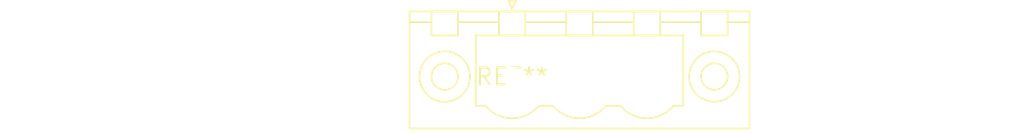
<source format=kicad_pcb>
(kicad_pcb (version 20240108) (generator pcbnew)
  (layers (0 "F.Cu" signal) (31 "B.Cu" signal) (34 "B.Paste" user) (35 "F.Paste" user) (36 "B.SilkS" user "B.Silkscreen") (37 "F.SilkS" user "F.Silkscreen") (38 "B.Mask" user) (39 "F.Mask" user) (44 "Edge.Cuts" user))
  (net 0 "")
  (footprint "PhoenixContact_MSTBV_2,5_3-GF-5,08_1x03_P5.08mm_Vertical_ThreadedFlange" (layer "F.Cu") (at 0 0)
    (property "Reference" "REF**")
    (property "Value" "PhoenixContact_MSTBV_2,5_3-GF-5,08_1x03_P5.08mm_Vertical_ThreadedFlange")
    (fp_line (start -7.73 -4.91) (end -7.73 3.91) (layer "F.SilkS") (stroke (width 0.12)))
    (fp_line (start -7.73 -4.1) (end -6.19 -4.1) (layer "F.SilkS") (stroke (width 0.12)))
    (fp_line (start -7.73 3.91) (end 17.89 3.91) (layer "F.SilkS") (stroke (width 0.12)))
    (fp_line (start -6.08 -4.91) (end -4.08 -4.91) (layer "F.SilkS") (stroke (width 0.12)))
    (fp_line (start -6.08 -3.1) (end -6.08 -4.91) (layer "F.SilkS") (stroke (width 0.12)))
    (fp_line (start -4.08 -4.91) (end -4.08 -3.1) (layer "F.SilkS") (stroke (width 0.12)))
    (fp_line (start -4.08 -4.1) (end -1 -4.1) (layer "F.SilkS") (stroke (width 0.12)))
    (fp_line (start -4.08 -3.1) (end -6.08 -3.1) (layer "F.SilkS") (stroke (width 0.12)))
    (fp_line (start -2.74 -3.1) (end 12.9 -3.1) (layer "F.SilkS") (stroke (width 0.12)))
    (fp_line (start -2.74 2.2) (end -2.74 -3.1) (layer "F.SilkS") (stroke (width 0.12)))
    (fp_line (start -2 2.2) (end -2.74 2.2) (layer "F.SilkS") (stroke (width 0.12)))
    (fp_line (start -1 -4.91) (end 1 -4.91) (layer "F.SilkS") (stroke (width 0.12)))
    (fp_line (start -1 -3.1) (end -1 -4.91) (layer "F.SilkS") (stroke (width 0.12)))
    (fp_line (start -0.3 -5.71) (end 0.3 -5.71) (layer "F.SilkS") (stroke (width 0.12)))
    (fp_line (start 0 -5.11) (end -0.3 -5.71) (layer "F.SilkS") (stroke (width 0.12)))
    (fp_line (start 0.3 -5.71) (end 0 -5.11) (layer "F.SilkS") (stroke (width 0.12)))
    (fp_line (start 1 -4.91) (end 1 -3.1) (layer "F.SilkS") (stroke (width 0.12)))
    (fp_line (start 1 -4.1) (end 4.08 -4.1) (layer "F.SilkS") (stroke (width 0.12)))
    (fp_line (start 1 -3.1) (end -1 -3.1) (layer "F.SilkS") (stroke (width 0.12)))
    (fp_line (start 2 2.2) (end 3.08 2.2) (layer "F.SilkS") (stroke (width 0.12)))
    (fp_line (start 4.08 -4.91) (end 6.08 -4.91) (layer "F.SilkS") (stroke (width 0.12)))
    (fp_line (start 4.08 -3.1) (end 4.08 -4.91) (layer "F.SilkS") (stroke (width 0.12)))
    (fp_line (start 6.08 -4.91) (end 6.08 -3.1) (layer "F.SilkS") (stroke (width 0.12)))
    (fp_line (start 6.08 -4.1) (end 9.16 -4.1) (layer "F.SilkS") (stroke (width 0.12)))
    (fp_line (start 6.08 -3.1) (end 4.08 -3.1) (layer "F.SilkS") (stroke (width 0.12)))
    (fp_line (start 7.08 2.2) (end 8.16 2.2) (layer "F.SilkS") (stroke (width 0.12)))
    (fp_line (start 9.16 -4.91) (end 11.16 -4.91) (layer "F.SilkS") (stroke (width 0.12)))
    (fp_line (start 9.16 -3.1) (end 9.16 -4.91) (layer "F.SilkS") (stroke (width 0.12)))
    (fp_line (start 11.16 -4.91) (end 11.16 -3.1) (layer "F.SilkS") (stroke (width 0.12)))
    (fp_line (start 11.16 -4.1) (end 14.24 -4.1) (layer "F.SilkS") (stroke (width 0.12)))
    (fp_line (start 11.16 -3.1) (end 9.16 -3.1) (layer "F.SilkS") (stroke (width 0.12)))
    (fp_line (start 12.9 -3.1) (end 12.9 2.2) (layer "F.SilkS") (stroke (width 0.12)))
    (fp_line (start 12.9 2.2) (end 12.16 2.2) (layer "F.SilkS") (stroke (width 0.12)))
    (fp_line (start 14.24 -4.91) (end 16.24 -4.91) (layer "F.SilkS") (stroke (width 0.12)))
    (fp_line (start 14.24 -3.1) (end 14.24 -4.91) (layer "F.SilkS") (stroke (width 0.12)))
    (fp_line (start 16.24 -4.91) (end 16.24 -3.1) (layer "F.SilkS") (stroke (width 0.12)))
    (fp_line (start 16.24 -3.1) (end 14.24 -3.1) (layer "F.SilkS") (stroke (width 0.12)))
    (fp_line (start 17.89 -4.91) (end -7.73 -4.91) (layer "F.SilkS") (stroke (width 0.12)))
    (fp_line (start 17.89 -4.1) (end 16.35 -4.1) (layer "F.SilkS") (stroke (width 0.12)))
    (fp_line (start 17.89 3.91) (end 17.89 -4.91) (layer "F.SilkS") (stroke (width 0.12)))
    (fp_arc (start 1.986842 2.215821) (mid -0.010289 3.142758) (end -2 2.2) (layer "F.SilkS") (stroke (width 0.12)))
    (fp_arc (start 7.066842 2.215821) (mid 5.069711 3.142758) (end 3.08 2.2) (layer "F.SilkS") (stroke (width 0.12)))
    (fp_arc (start 12.146842 2.215821) (mid 10.149711 3.142758) (end 8.16 2.2) (layer "F.SilkS") (stroke (width 0.12)))
    (fp_circle (center -5.08 0) (end -4.08 0) (layer "F.SilkS") (stroke (width 0.12)) (fill none))
    (fp_circle (center -5.08 0) (end -3.18 0) (layer "F.SilkS") (stroke (width 0.12)) (fill none))
    (fp_circle (center 15.24 0) (end 16.24 0) (layer "F.SilkS") (stroke (width 0.12)) (fill none))
    (fp_circle (center 15.24 0) (end 17.14 0) (layer "F.SilkS") (stroke (width 0.12)) (fill none))
    (pad "1" thru_hole roundrect (at 0 0) (size 2.08 3.6) (drill 1.4) (layers *.Cu *.Mask) (remove_unused_layers) (roundrect_rratio 0.120192))
    (pad "2" thru_hole oval (at 5.08 0) (size 2.08 3.6) (drill 1.4) (layers *.Cu *.Mask) (remove_unused_layers))
    (pad "3" thru_hole oval (at 10.16 0) (size 2.08 3.6) (drill 1.4) (layers *.Cu *.Mask) (remove_unused_layers))
  )
)
</source>
